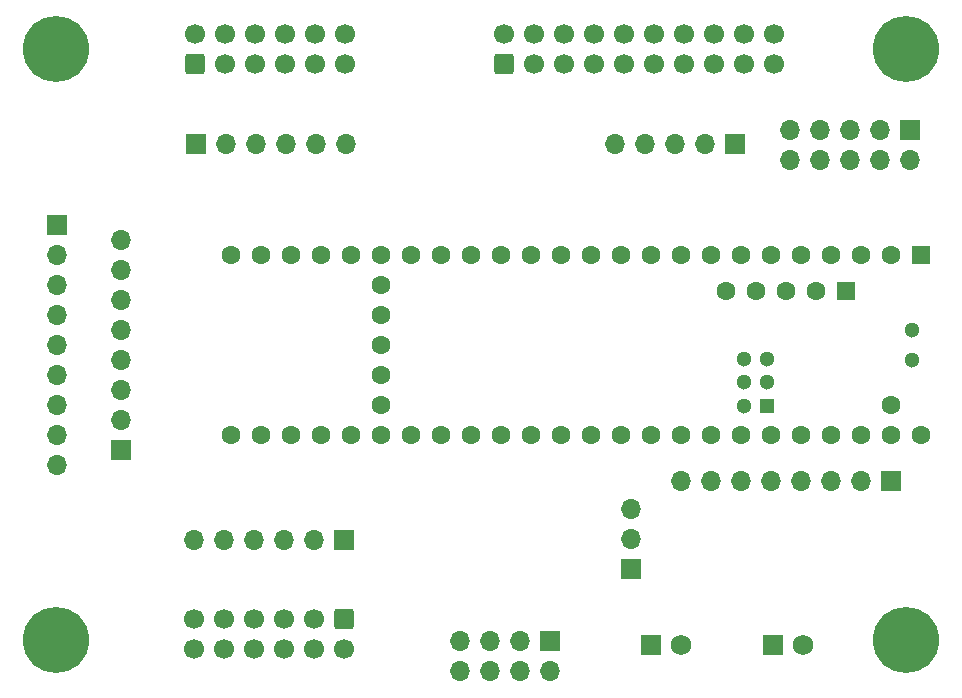
<source format=gbr>
%TF.GenerationSoftware,KiCad,Pcbnew,8.0.6-1.fc40*%
%TF.CreationDate,2024-12-19T20:54:17-05:00*%
%TF.ProjectId,Controller_T41,436f6e74-726f-46c6-9c65-725f5434312e,rev?*%
%TF.SameCoordinates,Original*%
%TF.FileFunction,Soldermask,Bot*%
%TF.FilePolarity,Negative*%
%FSLAX46Y46*%
G04 Gerber Fmt 4.6, Leading zero omitted, Abs format (unit mm)*
G04 Created by KiCad (PCBNEW 8.0.6-1.fc40) date 2024-12-19 20:54:17*
%MOMM*%
%LPD*%
G01*
G04 APERTURE LIST*
G04 Aperture macros list*
%AMRoundRect*
0 Rectangle with rounded corners*
0 $1 Rounding radius*
0 $2 $3 $4 $5 $6 $7 $8 $9 X,Y pos of 4 corners*
0 Add a 4 corners polygon primitive as box body*
4,1,4,$2,$3,$4,$5,$6,$7,$8,$9,$2,$3,0*
0 Add four circle primitives for the rounded corners*
1,1,$1+$1,$2,$3*
1,1,$1+$1,$4,$5*
1,1,$1+$1,$6,$7*
1,1,$1+$1,$8,$9*
0 Add four rect primitives between the rounded corners*
20,1,$1+$1,$2,$3,$4,$5,0*
20,1,$1+$1,$4,$5,$6,$7,0*
20,1,$1+$1,$6,$7,$8,$9,0*
20,1,$1+$1,$8,$9,$2,$3,0*%
G04 Aperture macros list end*
%ADD10RoundRect,0.250000X0.600000X-0.600000X0.600000X0.600000X-0.600000X0.600000X-0.600000X-0.600000X0*%
%ADD11C,1.700000*%
%ADD12R,1.755000X1.755000*%
%ADD13C,1.755000*%
%ADD14RoundRect,0.250000X-0.600000X0.600000X-0.600000X-0.600000X0.600000X-0.600000X0.600000X0.600000X0*%
%ADD15R,1.700000X1.700000*%
%ADD16O,1.700000X1.700000*%
%ADD17C,3.600000*%
%ADD18C,5.600000*%
%ADD19R,1.600000X1.600000*%
%ADD20C,1.600000*%
%ADD21R,1.300000X1.300000*%
%ADD22C,1.300000*%
G04 APERTURE END LIST*
D10*
%TO.C,J4*%
X143890000Y-76250000D03*
D11*
X143890000Y-73710000D03*
X146430000Y-76250000D03*
X146430000Y-73710000D03*
X148970000Y-76250000D03*
X148970000Y-73710000D03*
X151510000Y-76250000D03*
X151510000Y-73710000D03*
X154050000Y-76250000D03*
X154050000Y-73710000D03*
X156590000Y-76250000D03*
X156590000Y-73710000D03*
X159130000Y-76250000D03*
X159130000Y-73710000D03*
X161670000Y-76250000D03*
X161670000Y-73710000D03*
X164210000Y-76250000D03*
X164210000Y-73710000D03*
X166750000Y-76250000D03*
X166750000Y-73710000D03*
%TD*%
D12*
%TO.C,J2*%
X156390000Y-125440000D03*
D13*
X158930000Y-125440000D03*
%TD*%
D14*
%TO.C,J8*%
X130400000Y-123250000D03*
D11*
X130400000Y-125790000D03*
X127860000Y-123250000D03*
X127860000Y-125790000D03*
X125320000Y-123250000D03*
X125320000Y-125790000D03*
X122780000Y-123250000D03*
X122780000Y-125790000D03*
X120240000Y-123250000D03*
X120240000Y-125790000D03*
X117700000Y-123250000D03*
X117700000Y-125790000D03*
%TD*%
D15*
%TO.C,J12*%
X111480000Y-108900000D03*
D16*
X111480000Y-106360000D03*
X111480000Y-103820000D03*
X111480000Y-101280000D03*
X111480000Y-98740000D03*
X111480000Y-96200000D03*
X111480000Y-93660000D03*
X111480000Y-91120000D03*
%TD*%
D17*
%TO.C,H1*%
X178000000Y-125000000D03*
D18*
X178000000Y-125000000D03*
%TD*%
D19*
%TO.C,U2*%
X179210000Y-92380000D03*
D20*
X176670000Y-92380000D03*
X174130000Y-92380000D03*
X171590000Y-92380000D03*
X169050000Y-92380000D03*
X166510000Y-92380000D03*
X163970000Y-92380000D03*
X161430000Y-92380000D03*
X158890000Y-92380000D03*
X156350000Y-92380000D03*
X153810000Y-92380000D03*
X151270000Y-92380000D03*
X148730000Y-92380000D03*
X146190000Y-92380000D03*
X143650000Y-92380000D03*
X141110000Y-92380000D03*
X138570000Y-92380000D03*
X136030000Y-92380000D03*
X133490000Y-92380000D03*
X130950000Y-92380000D03*
X128410000Y-92380000D03*
X125870000Y-92380000D03*
X123330000Y-92380000D03*
X120790000Y-92380000D03*
X120790000Y-107620000D03*
X123330000Y-107620000D03*
X125870000Y-107620000D03*
X128410000Y-107620000D03*
X130950000Y-107620000D03*
X133490000Y-107620000D03*
X136030000Y-107620000D03*
X138570000Y-107620000D03*
X141110000Y-107620000D03*
X143650000Y-107620000D03*
X146190000Y-107620000D03*
X148730000Y-107620000D03*
X151270000Y-107620000D03*
X153810000Y-107620000D03*
X156350000Y-107620000D03*
X158890000Y-107620000D03*
X161430000Y-107620000D03*
X163970000Y-107620000D03*
X166510000Y-107620000D03*
X169050000Y-107620000D03*
X171590000Y-107620000D03*
X174130000Y-107620000D03*
X176670000Y-107620000D03*
X179210000Y-107620000D03*
X176670000Y-105080000D03*
X133490000Y-94920000D03*
X133490000Y-97460000D03*
X133490000Y-100000000D03*
X133490000Y-102540000D03*
X133490000Y-105080000D03*
D19*
X172910800Y-95430800D03*
D20*
X170370800Y-95430800D03*
X167830800Y-95430800D03*
X165290800Y-95430800D03*
X162750800Y-95430800D03*
D21*
X166240000Y-105181600D03*
D22*
X166240000Y-103181600D03*
X166240000Y-101181600D03*
X164240000Y-101181600D03*
X164240000Y-103181600D03*
X164240000Y-105181600D03*
X178480000Y-101270000D03*
X178480000Y-98730000D03*
%TD*%
D17*
%TO.C,H4*%
X106000000Y-75000000D03*
D18*
X106000000Y-75000000D03*
%TD*%
D15*
%TO.C,J13*%
X176670000Y-111550000D03*
D16*
X174130000Y-111550000D03*
X171590000Y-111550000D03*
X169050000Y-111550000D03*
X166510000Y-111550000D03*
X163970000Y-111550000D03*
X161430000Y-111550000D03*
X158890000Y-111550000D03*
%TD*%
D15*
%TO.C,J10*%
X147800000Y-125125000D03*
D16*
X147800000Y-127665000D03*
X145260000Y-125125000D03*
X145260000Y-127665000D03*
X142720000Y-125125000D03*
X142720000Y-127665000D03*
X140180000Y-125125000D03*
X140180000Y-127665000D03*
%TD*%
D12*
%TO.C,J1*%
X166690000Y-125440000D03*
D13*
X169230000Y-125440000D03*
%TD*%
D15*
%TO.C,J11*%
X106080000Y-89840000D03*
D16*
X106080000Y-92380000D03*
X106080000Y-94920000D03*
X106080000Y-97460000D03*
X106080000Y-100000000D03*
X106080000Y-102540000D03*
X106080000Y-105080000D03*
X106080000Y-107620000D03*
X106080000Y-110160000D03*
%TD*%
D15*
%TO.C,J7*%
X117830000Y-83000000D03*
D16*
X120370000Y-83000000D03*
X122910000Y-83000000D03*
X125450000Y-83000000D03*
X127990000Y-83000000D03*
X130530000Y-83000000D03*
%TD*%
D17*
%TO.C,H3*%
X106000000Y-125000000D03*
D18*
X106000000Y-125000000D03*
%TD*%
D15*
%TO.C,J5*%
X163455000Y-83000000D03*
D16*
X160915000Y-83000000D03*
X158375000Y-83000000D03*
X155835000Y-83000000D03*
X153295000Y-83000000D03*
%TD*%
D15*
%TO.C,J9*%
X130420000Y-116510000D03*
D16*
X127880000Y-116510000D03*
X125340000Y-116510000D03*
X122800000Y-116510000D03*
X120260000Y-116510000D03*
X117720000Y-116510000D03*
%TD*%
D15*
%TO.C,JP1*%
X154710000Y-119015000D03*
D16*
X154710000Y-116475000D03*
X154710000Y-113935000D03*
%TD*%
D17*
%TO.C,H2*%
X178000000Y-75000000D03*
D18*
X178000000Y-75000000D03*
%TD*%
D10*
%TO.C,J6*%
X117810000Y-76250000D03*
D11*
X117810000Y-73710000D03*
X120350000Y-76250000D03*
X120350000Y-73710000D03*
X122890000Y-76250000D03*
X122890000Y-73710000D03*
X125430000Y-76250000D03*
X125430000Y-73710000D03*
X127970000Y-76250000D03*
X127970000Y-73710000D03*
X130510000Y-76250000D03*
X130510000Y-73710000D03*
%TD*%
D15*
%TO.C,J3*%
X178280000Y-81860000D03*
D16*
X178280000Y-84400000D03*
X175740000Y-81860000D03*
X175740000Y-84400000D03*
X173200000Y-81860000D03*
X173200000Y-84400000D03*
X170660000Y-81860000D03*
X170660000Y-84400000D03*
X168120000Y-81860000D03*
X168120000Y-84400000D03*
%TD*%
M02*

</source>
